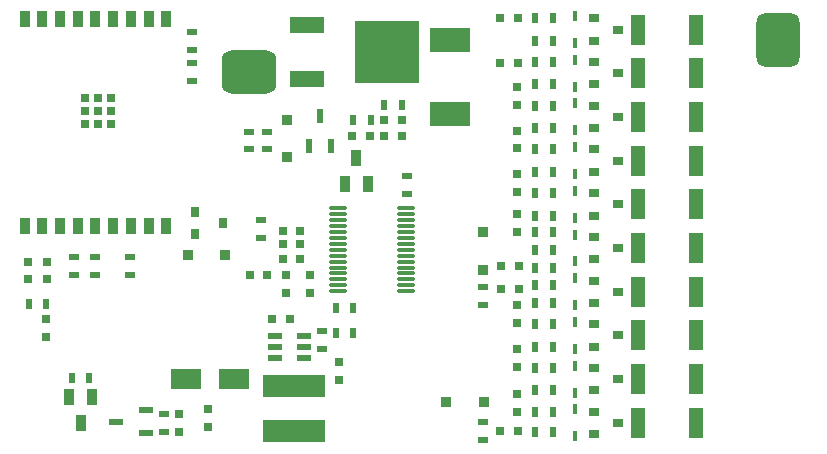
<source format=gbr>
%TF.GenerationSoftware,Altium Limited,Altium Designer,24.5.1 (21)*%
G04 Layer_Color=8421504*
%FSLAX45Y45*%
%MOMM*%
%TF.SameCoordinates,A56B3D6E-D5BE-476E-BB8E-EB53D717D8A4*%
%TF.FilePolarity,Positive*%
%TF.FileFunction,Paste,Top*%
%TF.Part,Single*%
G01*
G75*
%TA.AperFunction,SMDPad,CuDef*%
%ADD18R,2.60000X1.70000*%
%ADD32R,3.40000X2.10000*%
%ADD83R,0.90257X0.85257*%
%TA.AperFunction,BGAPad,CuDef*%
%ADD84R,0.64537X0.64537*%
%TA.AperFunction,ConnectorPad*%
%ADD85R,0.81243X1.41243*%
%TA.AperFunction,SMDPad,CuDef*%
%ADD86R,0.54390X0.84390*%
G04:AMPARAMS|DCode=87|XSize=1.48737mm|YSize=0.28737mm|CornerRadius=0.04319mm|HoleSize=0mm|Usage=FLASHONLY|Rotation=0.000|XOffset=0mm|YOffset=0mm|HoleType=Round|Shape=RoundedRectangle|*
%AMROUNDEDRECTD87*
21,1,1.48737,0.20100,0,0,0.0*
21,1,1.40100,0.28737,0,0,0.0*
1,1,0.08637,0.70050,-0.10050*
1,1,0.08637,-0.70050,-0.10050*
1,1,0.08637,-0.70050,0.10050*
1,1,0.08637,0.70050,0.10050*
%
%ADD87ROUNDEDRECTD87*%
%ADD88R,0.84390X0.54390*%
%ADD89R,0.75654X0.85654*%
%ADD90R,1.15907X0.55907*%
%ADD91R,5.26064X1.91065*%
%ADD92R,0.75895X0.75895*%
%ADD93R,0.75895X0.75895*%
%ADD94R,1.20853X0.55853*%
%ADD95R,2.83775X1.43775*%
%ADD96R,0.55907X1.15907*%
%ADD97R,0.94018X1.34018*%
%ADD98R,0.83390X0.73390*%
%ADD99R,0.45000X0.85000*%
%ADD100R,1.25758X2.50758*%
G04:AMPARAMS|DCode=101|XSize=3.65159mm|YSize=4.65159mm|CornerRadius=0.82579mm|HoleSize=0mm|Usage=FLASHONLY|Rotation=0.000|XOffset=0mm|YOffset=0mm|HoleType=Round|Shape=RoundedRectangle|*
%AMROUNDEDRECTD101*
21,1,3.65159,3.00000,0,0,0.0*
21,1,2.00000,4.65159,0,0,0.0*
1,1,1.65159,1.00000,-1.50000*
1,1,1.65159,-1.00000,-1.50000*
1,1,1.65159,-1.00000,1.50000*
1,1,1.65159,1.00000,1.50000*
%
%ADD101ROUNDEDRECTD101*%
%ADD102R,0.85257X0.90257*%
G04:AMPARAMS|DCode=103|XSize=3.65159mm|YSize=4.65159mm|CornerRadius=0.82579mm|HoleSize=0mm|Usage=FLASHONLY|Rotation=90.000|XOffset=0mm|YOffset=0mm|HoleType=Round|Shape=RoundedRectangle|*
%AMROUNDEDRECTD103*
21,1,3.65159,3.00000,0,0,90.0*
21,1,2.00000,4.65159,0,0,90.0*
1,1,1.65159,1.50000,1.00000*
1,1,1.65159,1.50000,-1.00000*
1,1,1.65159,-1.50000,-1.00000*
1,1,1.65159,-1.50000,1.00000*
%
%ADD103ROUNDEDRECTD103*%
G36*
X13603799Y8534494D02*
X13055798D01*
Y9062493D01*
X13603799D01*
Y8534494D01*
D02*
G37*
D18*
X12035000Y6030000D02*
D03*
X11625000D02*
D03*
D32*
X13860001Y8905000D02*
D03*
Y8275000D02*
D03*
D83*
X14139999Y6957500D02*
D03*
X14139999Y7272500D02*
D03*
X12480000Y8227500D02*
D03*
X12480000Y7912500D02*
D03*
D84*
X10990000Y8410000D02*
D03*
Y8300000D02*
D03*
Y8190000D02*
D03*
X10880000D02*
D03*
X10770000D02*
D03*
Y8300000D02*
D03*
Y8410000D02*
D03*
X10880000D02*
D03*
Y8300000D02*
D03*
D85*
X10260000Y9079000D02*
D03*
X10410000D02*
D03*
X10560000D02*
D03*
X10710000D02*
D03*
X10860000D02*
D03*
X11010000D02*
D03*
X11160000D02*
D03*
X11310000D02*
D03*
X11460000D02*
D03*
Y7329000D02*
D03*
X11310000D02*
D03*
X11160000D02*
D03*
X11010000D02*
D03*
X10860000D02*
D03*
X10710000D02*
D03*
X10560000D02*
D03*
X10410000D02*
D03*
X10260000D02*
D03*
D86*
X12895000Y6630000D02*
D03*
X13045000D02*
D03*
Y6419999D02*
D03*
X12895000D02*
D03*
X10810000Y6040000D02*
D03*
X10660000D02*
D03*
X14735001Y8715000D02*
D03*
X14585001D02*
D03*
X14735001Y8895000D02*
D03*
X14585001D02*
D03*
X14735001Y9085000D02*
D03*
X14585001D02*
D03*
X14735001Y7275000D02*
D03*
X14585001D02*
D03*
X14735001Y6825000D02*
D03*
X14585001D02*
D03*
X14735001Y6975000D02*
D03*
X14585001D02*
D03*
X14735001Y7785000D02*
D03*
X14585001D02*
D03*
X14735001Y7605000D02*
D03*
X14585001D02*
D03*
X14735001Y7125000D02*
D03*
X14585001D02*
D03*
X14735001Y6675000D02*
D03*
X14585001D02*
D03*
X14735001Y7415000D02*
D03*
X14585001D02*
D03*
X14735001Y8525000D02*
D03*
X14585001D02*
D03*
X14735001Y8345000D02*
D03*
X14585001D02*
D03*
X14735001Y8155000D02*
D03*
X14585001D02*
D03*
X14735001Y7975000D02*
D03*
X14585001D02*
D03*
X14735001Y5585000D02*
D03*
X14585001D02*
D03*
X14735001Y6125000D02*
D03*
X14585001D02*
D03*
X14735001Y5755000D02*
D03*
X14585001D02*
D03*
X14735001Y5935000D02*
D03*
X14585001D02*
D03*
X14735001Y6495000D02*
D03*
X14585001D02*
D03*
X14735001Y6305000D02*
D03*
X14585001D02*
D03*
X10295000Y6670000D02*
D03*
X10445000D02*
D03*
X13455000Y8350000D02*
D03*
X13305000D02*
D03*
X13195000Y8220000D02*
D03*
X13045000D02*
D03*
D87*
X13489999Y7425000D02*
D03*
Y7375000D02*
D03*
Y7325000D02*
D03*
Y7275000D02*
D03*
Y7225000D02*
D03*
Y7175000D02*
D03*
Y7125000D02*
D03*
Y7075000D02*
D03*
Y7025000D02*
D03*
Y6975000D02*
D03*
Y6925000D02*
D03*
Y6875000D02*
D03*
Y6825000D02*
D03*
Y6775000D02*
D03*
X12910001D02*
D03*
Y6825000D02*
D03*
Y6875000D02*
D03*
Y6925000D02*
D03*
Y6975000D02*
D03*
Y7025000D02*
D03*
Y7075000D02*
D03*
Y7125000D02*
D03*
Y7175000D02*
D03*
Y7225000D02*
D03*
Y7275000D02*
D03*
Y7325000D02*
D03*
Y7375000D02*
D03*
Y7425000D02*
D03*
Y7475000D02*
D03*
X13489999D02*
D03*
D88*
X10682500Y6915000D02*
D03*
Y7065000D02*
D03*
X11440000Y5735000D02*
D03*
Y5585000D02*
D03*
X12780000Y6435000D02*
D03*
Y6284999D02*
D03*
X12310000Y7975000D02*
D03*
Y8125000D02*
D03*
X14139999Y6660000D02*
D03*
Y6810000D02*
D03*
X14140001Y5515000D02*
D03*
Y5665000D02*
D03*
X12160000Y8125000D02*
D03*
Y7975000D02*
D03*
X11680000Y8705000D02*
D03*
Y8555000D02*
D03*
Y8815000D02*
D03*
Y8965000D02*
D03*
X11152500Y6915000D02*
D03*
Y7065000D02*
D03*
X13500000Y7600000D02*
D03*
Y7750000D02*
D03*
X10857500Y6910000D02*
D03*
Y7060000D02*
D03*
X12260000Y7225000D02*
D03*
Y7375000D02*
D03*
D89*
X11940000Y7350000D02*
D03*
X11700000Y7255000D02*
D03*
Y7445000D02*
D03*
D90*
X11285000Y5575000D02*
D03*
Y5765000D02*
D03*
X11035000Y5670000D02*
D03*
D91*
X12540000Y5587499D02*
D03*
X12540005Y5972499D02*
D03*
D92*
X11810000Y5625000D02*
D03*
Y5775000D02*
D03*
X12920000Y6025000D02*
D03*
Y6175000D02*
D03*
X11569961Y5584989D02*
D03*
Y5734989D02*
D03*
X14430000Y7985000D02*
D03*
Y8135000D02*
D03*
Y7275000D02*
D03*
Y7425000D02*
D03*
Y8355000D02*
D03*
Y8505000D02*
D03*
Y7615000D02*
D03*
Y7765000D02*
D03*
Y5750000D02*
D03*
Y5900000D02*
D03*
Y6135000D02*
D03*
Y6285000D02*
D03*
Y6505000D02*
D03*
Y6655000D02*
D03*
X12475000Y6760000D02*
D03*
Y6910000D02*
D03*
X10450000Y6875000D02*
D03*
Y7025000D02*
D03*
X12675000Y6760000D02*
D03*
Y6910000D02*
D03*
X10440000Y6385000D02*
D03*
Y6535000D02*
D03*
X10290000Y6875000D02*
D03*
Y7025000D02*
D03*
D93*
X12505000Y6539999D02*
D03*
X12355000D02*
D03*
X14435001Y8710000D02*
D03*
X14285001D02*
D03*
X14435001Y9085000D02*
D03*
X14285001D02*
D03*
X14295001Y6990000D02*
D03*
X14445001D02*
D03*
X14445000Y6790000D02*
D03*
X14295000D02*
D03*
X14285001Y5590000D02*
D03*
X14435001D02*
D03*
X12445000Y7170000D02*
D03*
X12595000D02*
D03*
X12165000Y6910000D02*
D03*
X12315000D02*
D03*
X12445000Y7280000D02*
D03*
X12595000D02*
D03*
X12445000Y7050000D02*
D03*
X12595000D02*
D03*
X13305000Y8090000D02*
D03*
X13455000D02*
D03*
X13035001D02*
D03*
X13185001D02*
D03*
X13305000Y8220000D02*
D03*
X13455000D02*
D03*
D94*
X12380000Y6205000D02*
D03*
Y6300000D02*
D03*
Y6395000D02*
D03*
X12630000D02*
D03*
Y6300000D02*
D03*
Y6205000D02*
D03*
D95*
X12650094Y9026987D02*
D03*
X12650000Y8570000D02*
D03*
D96*
X12760000Y8255000D02*
D03*
X12855000Y8005000D02*
D03*
X12665000D02*
D03*
D97*
X10830000Y5880000D02*
D03*
X10735000Y5660000D02*
D03*
X10640000Y5880000D02*
D03*
X13164999Y7680000D02*
D03*
X13070000Y7900000D02*
D03*
X12975000Y7680000D02*
D03*
D98*
X15285001Y7880000D02*
D03*
X15085001Y7785000D02*
D03*
Y7975000D02*
D03*
X15285001Y8250000D02*
D03*
X15085001Y8155000D02*
D03*
Y8345000D02*
D03*
X15285001Y8990000D02*
D03*
X15085001Y8895000D02*
D03*
Y9085000D02*
D03*
X15285001Y8620000D02*
D03*
X15085001Y8525000D02*
D03*
Y8715000D02*
D03*
X15285001Y7510000D02*
D03*
X15085001Y7415000D02*
D03*
Y7605000D02*
D03*
X15285001Y6030000D02*
D03*
X15085001Y5935000D02*
D03*
Y6125000D02*
D03*
X15285001Y5660000D02*
D03*
X15085001Y5565000D02*
D03*
Y5755000D02*
D03*
X15285001Y7140000D02*
D03*
X15085001Y7045000D02*
D03*
Y7235000D02*
D03*
X15285001Y6770000D02*
D03*
X15085001Y6675000D02*
D03*
Y6865000D02*
D03*
X15285001Y6400000D02*
D03*
X15085001Y6305000D02*
D03*
Y6495000D02*
D03*
D99*
X14920001Y7993700D02*
D03*
Y7766300D02*
D03*
Y8733700D02*
D03*
Y8506300D02*
D03*
Y9103700D02*
D03*
Y8876300D02*
D03*
Y7623700D02*
D03*
Y7396300D02*
D03*
Y8363700D02*
D03*
Y8136300D02*
D03*
X14920001Y5773700D02*
D03*
Y5546300D02*
D03*
X14920001Y7253700D02*
D03*
Y7026300D02*
D03*
Y6883700D02*
D03*
Y6656300D02*
D03*
Y6143700D02*
D03*
Y5916300D02*
D03*
Y6513700D02*
D03*
Y6286300D02*
D03*
D100*
X15947501Y5660000D02*
D03*
X15452501D02*
D03*
X15947501Y6030000D02*
D03*
X15452501D02*
D03*
Y8620000D02*
D03*
X15947501D02*
D03*
Y8990000D02*
D03*
X15452501D02*
D03*
X15947501Y6400000D02*
D03*
X15452501D02*
D03*
X15947501Y6770000D02*
D03*
X15452501D02*
D03*
X15947501Y7140000D02*
D03*
X15452501D02*
D03*
X15947501Y7510000D02*
D03*
X15452501D02*
D03*
X15947501Y7880000D02*
D03*
X15452501D02*
D03*
X15947501Y8250000D02*
D03*
X15452501D02*
D03*
D101*
X16639999Y8900000D02*
D03*
D102*
X11645000Y7080000D02*
D03*
X11960000Y7080000D02*
D03*
X14147501Y5840000D02*
D03*
X13832500Y5840000D02*
D03*
D103*
X12160000Y8630000D02*
D03*
%TF.MD5,ba25d1e1a40abaa6d320a1ed98a2c0ec*%
M02*

</source>
